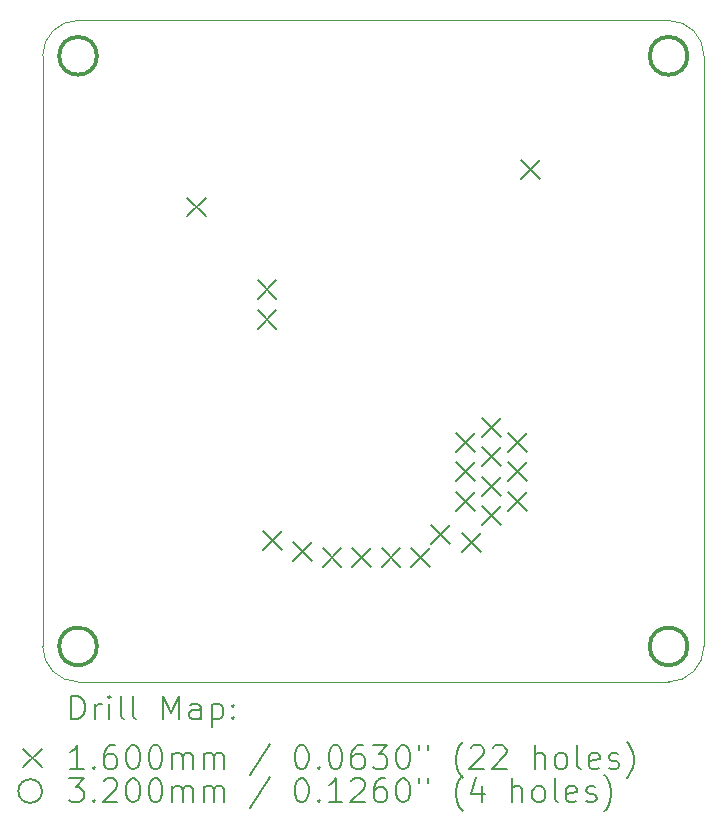
<source format=gbr>
%TF.GenerationSoftware,KiCad,Pcbnew,7.0.1*%
%TF.CreationDate,2024-01-06T02:21:34+00:00*%
%TF.ProjectId,watch_test_rig_support,77617463-685f-4746-9573-745f7269675f,rev?*%
%TF.SameCoordinates,Original*%
%TF.FileFunction,Drillmap*%
%TF.FilePolarity,Positive*%
%FSLAX45Y45*%
G04 Gerber Fmt 4.5, Leading zero omitted, Abs format (unit mm)*
G04 Created by KiCad (PCBNEW 7.0.1) date 2024-01-06 02:21:34*
%MOMM*%
%LPD*%
G01*
G04 APERTURE LIST*
%ADD10C,0.100000*%
%ADD11C,0.200000*%
%ADD12C,0.160000*%
%ADD13C,0.320000*%
G04 APERTURE END LIST*
D10*
X17800000Y-6800000D02*
G75*
G03*
X17500000Y-6500000I-300000J0D01*
G01*
X12500000Y-6500000D02*
X17500000Y-6500000D01*
X17500000Y-12100000D02*
G75*
G03*
X17800000Y-11800000I0J300000D01*
G01*
X12200000Y-11800000D02*
X12200000Y-6800000D01*
X17500000Y-12100000D02*
X12500000Y-12100000D01*
X17800000Y-6800000D02*
X17800000Y-11800000D01*
X12500000Y-6500000D02*
G75*
G03*
X12200000Y-6800000I0J-300000D01*
G01*
X12200000Y-11800000D02*
G75*
G03*
X12500000Y-12100000I300000J0D01*
G01*
D11*
D12*
X13420000Y-8000000D02*
X13580000Y-8160000D01*
X13580000Y-8000000D02*
X13420000Y-8160000D01*
X14020000Y-8695000D02*
X14180000Y-8855000D01*
X14180000Y-8695000D02*
X14020000Y-8855000D01*
X14020000Y-8950000D02*
X14180000Y-9110000D01*
X14180000Y-8950000D02*
X14020000Y-9110000D01*
X14070000Y-10820000D02*
X14230000Y-10980000D01*
X14230000Y-10820000D02*
X14070000Y-10980000D01*
X14320000Y-10920000D02*
X14480000Y-11080000D01*
X14480000Y-10920000D02*
X14320000Y-11080000D01*
X14570000Y-10970000D02*
X14730000Y-11130000D01*
X14730000Y-10970000D02*
X14570000Y-11130000D01*
X14820000Y-10970000D02*
X14980000Y-11130000D01*
X14980000Y-10970000D02*
X14820000Y-11130000D01*
X15070000Y-10970000D02*
X15230000Y-11130000D01*
X15230000Y-10970000D02*
X15070000Y-11130000D01*
X15320000Y-10970000D02*
X15480000Y-11130000D01*
X15480000Y-10970000D02*
X15320000Y-11130000D01*
X15490000Y-10770000D02*
X15650000Y-10930000D01*
X15650000Y-10770000D02*
X15490000Y-10930000D01*
X15700000Y-9990000D02*
X15860000Y-10150000D01*
X15860000Y-9990000D02*
X15700000Y-10150000D01*
X15700000Y-10240000D02*
X15860000Y-10400000D01*
X15860000Y-10240000D02*
X15700000Y-10400000D01*
X15700000Y-10490000D02*
X15860000Y-10650000D01*
X15860000Y-10490000D02*
X15700000Y-10650000D01*
X15750000Y-10840000D02*
X15910000Y-11000000D01*
X15910000Y-10840000D02*
X15750000Y-11000000D01*
X15920000Y-9865000D02*
X16080000Y-10025000D01*
X16080000Y-9865000D02*
X15920000Y-10025000D01*
X15920000Y-10115000D02*
X16080000Y-10275000D01*
X16080000Y-10115000D02*
X15920000Y-10275000D01*
X15920000Y-10365000D02*
X16080000Y-10525000D01*
X16080000Y-10365000D02*
X15920000Y-10525000D01*
X15920000Y-10615000D02*
X16080000Y-10775000D01*
X16080000Y-10615000D02*
X15920000Y-10775000D01*
X16140000Y-9990000D02*
X16300000Y-10150000D01*
X16300000Y-9990000D02*
X16140000Y-10150000D01*
X16140000Y-10240000D02*
X16300000Y-10400000D01*
X16300000Y-10240000D02*
X16140000Y-10400000D01*
X16140000Y-10490000D02*
X16300000Y-10650000D01*
X16300000Y-10490000D02*
X16140000Y-10650000D01*
X16250000Y-7680000D02*
X16410000Y-7840000D01*
X16410000Y-7680000D02*
X16250000Y-7840000D01*
D13*
X12660000Y-6800000D02*
G75*
G03*
X12660000Y-6800000I-160000J0D01*
G01*
X12660000Y-11800000D02*
G75*
G03*
X12660000Y-11800000I-160000J0D01*
G01*
X17660000Y-6800000D02*
G75*
G03*
X17660000Y-6800000I-160000J0D01*
G01*
X17660000Y-11800000D02*
G75*
G03*
X17660000Y-11800000I-160000J0D01*
G01*
D11*
X12442619Y-12417524D02*
X12442619Y-12217524D01*
X12442619Y-12217524D02*
X12490238Y-12217524D01*
X12490238Y-12217524D02*
X12518809Y-12227048D01*
X12518809Y-12227048D02*
X12537857Y-12246095D01*
X12537857Y-12246095D02*
X12547381Y-12265143D01*
X12547381Y-12265143D02*
X12556905Y-12303238D01*
X12556905Y-12303238D02*
X12556905Y-12331809D01*
X12556905Y-12331809D02*
X12547381Y-12369905D01*
X12547381Y-12369905D02*
X12537857Y-12388952D01*
X12537857Y-12388952D02*
X12518809Y-12408000D01*
X12518809Y-12408000D02*
X12490238Y-12417524D01*
X12490238Y-12417524D02*
X12442619Y-12417524D01*
X12642619Y-12417524D02*
X12642619Y-12284190D01*
X12642619Y-12322286D02*
X12652143Y-12303238D01*
X12652143Y-12303238D02*
X12661667Y-12293714D01*
X12661667Y-12293714D02*
X12680714Y-12284190D01*
X12680714Y-12284190D02*
X12699762Y-12284190D01*
X12766428Y-12417524D02*
X12766428Y-12284190D01*
X12766428Y-12217524D02*
X12756905Y-12227048D01*
X12756905Y-12227048D02*
X12766428Y-12236571D01*
X12766428Y-12236571D02*
X12775952Y-12227048D01*
X12775952Y-12227048D02*
X12766428Y-12217524D01*
X12766428Y-12217524D02*
X12766428Y-12236571D01*
X12890238Y-12417524D02*
X12871190Y-12408000D01*
X12871190Y-12408000D02*
X12861667Y-12388952D01*
X12861667Y-12388952D02*
X12861667Y-12217524D01*
X12995000Y-12417524D02*
X12975952Y-12408000D01*
X12975952Y-12408000D02*
X12966428Y-12388952D01*
X12966428Y-12388952D02*
X12966428Y-12217524D01*
X13223571Y-12417524D02*
X13223571Y-12217524D01*
X13223571Y-12217524D02*
X13290238Y-12360381D01*
X13290238Y-12360381D02*
X13356905Y-12217524D01*
X13356905Y-12217524D02*
X13356905Y-12417524D01*
X13537857Y-12417524D02*
X13537857Y-12312762D01*
X13537857Y-12312762D02*
X13528333Y-12293714D01*
X13528333Y-12293714D02*
X13509286Y-12284190D01*
X13509286Y-12284190D02*
X13471190Y-12284190D01*
X13471190Y-12284190D02*
X13452143Y-12293714D01*
X13537857Y-12408000D02*
X13518809Y-12417524D01*
X13518809Y-12417524D02*
X13471190Y-12417524D01*
X13471190Y-12417524D02*
X13452143Y-12408000D01*
X13452143Y-12408000D02*
X13442619Y-12388952D01*
X13442619Y-12388952D02*
X13442619Y-12369905D01*
X13442619Y-12369905D02*
X13452143Y-12350857D01*
X13452143Y-12350857D02*
X13471190Y-12341333D01*
X13471190Y-12341333D02*
X13518809Y-12341333D01*
X13518809Y-12341333D02*
X13537857Y-12331809D01*
X13633095Y-12284190D02*
X13633095Y-12484190D01*
X13633095Y-12293714D02*
X13652143Y-12284190D01*
X13652143Y-12284190D02*
X13690238Y-12284190D01*
X13690238Y-12284190D02*
X13709286Y-12293714D01*
X13709286Y-12293714D02*
X13718809Y-12303238D01*
X13718809Y-12303238D02*
X13728333Y-12322286D01*
X13728333Y-12322286D02*
X13728333Y-12379428D01*
X13728333Y-12379428D02*
X13718809Y-12398476D01*
X13718809Y-12398476D02*
X13709286Y-12408000D01*
X13709286Y-12408000D02*
X13690238Y-12417524D01*
X13690238Y-12417524D02*
X13652143Y-12417524D01*
X13652143Y-12417524D02*
X13633095Y-12408000D01*
X13814048Y-12398476D02*
X13823571Y-12408000D01*
X13823571Y-12408000D02*
X13814048Y-12417524D01*
X13814048Y-12417524D02*
X13804524Y-12408000D01*
X13804524Y-12408000D02*
X13814048Y-12398476D01*
X13814048Y-12398476D02*
X13814048Y-12417524D01*
X13814048Y-12293714D02*
X13823571Y-12303238D01*
X13823571Y-12303238D02*
X13814048Y-12312762D01*
X13814048Y-12312762D02*
X13804524Y-12303238D01*
X13804524Y-12303238D02*
X13814048Y-12293714D01*
X13814048Y-12293714D02*
X13814048Y-12312762D01*
D12*
X12035000Y-12665000D02*
X12195000Y-12825000D01*
X12195000Y-12665000D02*
X12035000Y-12825000D01*
D11*
X12547381Y-12837524D02*
X12433095Y-12837524D01*
X12490238Y-12837524D02*
X12490238Y-12637524D01*
X12490238Y-12637524D02*
X12471190Y-12666095D01*
X12471190Y-12666095D02*
X12452143Y-12685143D01*
X12452143Y-12685143D02*
X12433095Y-12694667D01*
X12633095Y-12818476D02*
X12642619Y-12828000D01*
X12642619Y-12828000D02*
X12633095Y-12837524D01*
X12633095Y-12837524D02*
X12623571Y-12828000D01*
X12623571Y-12828000D02*
X12633095Y-12818476D01*
X12633095Y-12818476D02*
X12633095Y-12837524D01*
X12814048Y-12637524D02*
X12775952Y-12637524D01*
X12775952Y-12637524D02*
X12756905Y-12647048D01*
X12756905Y-12647048D02*
X12747381Y-12656571D01*
X12747381Y-12656571D02*
X12728333Y-12685143D01*
X12728333Y-12685143D02*
X12718809Y-12723238D01*
X12718809Y-12723238D02*
X12718809Y-12799428D01*
X12718809Y-12799428D02*
X12728333Y-12818476D01*
X12728333Y-12818476D02*
X12737857Y-12828000D01*
X12737857Y-12828000D02*
X12756905Y-12837524D01*
X12756905Y-12837524D02*
X12795000Y-12837524D01*
X12795000Y-12837524D02*
X12814048Y-12828000D01*
X12814048Y-12828000D02*
X12823571Y-12818476D01*
X12823571Y-12818476D02*
X12833095Y-12799428D01*
X12833095Y-12799428D02*
X12833095Y-12751809D01*
X12833095Y-12751809D02*
X12823571Y-12732762D01*
X12823571Y-12732762D02*
X12814048Y-12723238D01*
X12814048Y-12723238D02*
X12795000Y-12713714D01*
X12795000Y-12713714D02*
X12756905Y-12713714D01*
X12756905Y-12713714D02*
X12737857Y-12723238D01*
X12737857Y-12723238D02*
X12728333Y-12732762D01*
X12728333Y-12732762D02*
X12718809Y-12751809D01*
X12956905Y-12637524D02*
X12975952Y-12637524D01*
X12975952Y-12637524D02*
X12995000Y-12647048D01*
X12995000Y-12647048D02*
X13004524Y-12656571D01*
X13004524Y-12656571D02*
X13014048Y-12675619D01*
X13014048Y-12675619D02*
X13023571Y-12713714D01*
X13023571Y-12713714D02*
X13023571Y-12761333D01*
X13023571Y-12761333D02*
X13014048Y-12799428D01*
X13014048Y-12799428D02*
X13004524Y-12818476D01*
X13004524Y-12818476D02*
X12995000Y-12828000D01*
X12995000Y-12828000D02*
X12975952Y-12837524D01*
X12975952Y-12837524D02*
X12956905Y-12837524D01*
X12956905Y-12837524D02*
X12937857Y-12828000D01*
X12937857Y-12828000D02*
X12928333Y-12818476D01*
X12928333Y-12818476D02*
X12918809Y-12799428D01*
X12918809Y-12799428D02*
X12909286Y-12761333D01*
X12909286Y-12761333D02*
X12909286Y-12713714D01*
X12909286Y-12713714D02*
X12918809Y-12675619D01*
X12918809Y-12675619D02*
X12928333Y-12656571D01*
X12928333Y-12656571D02*
X12937857Y-12647048D01*
X12937857Y-12647048D02*
X12956905Y-12637524D01*
X13147381Y-12637524D02*
X13166429Y-12637524D01*
X13166429Y-12637524D02*
X13185476Y-12647048D01*
X13185476Y-12647048D02*
X13195000Y-12656571D01*
X13195000Y-12656571D02*
X13204524Y-12675619D01*
X13204524Y-12675619D02*
X13214048Y-12713714D01*
X13214048Y-12713714D02*
X13214048Y-12761333D01*
X13214048Y-12761333D02*
X13204524Y-12799428D01*
X13204524Y-12799428D02*
X13195000Y-12818476D01*
X13195000Y-12818476D02*
X13185476Y-12828000D01*
X13185476Y-12828000D02*
X13166429Y-12837524D01*
X13166429Y-12837524D02*
X13147381Y-12837524D01*
X13147381Y-12837524D02*
X13128333Y-12828000D01*
X13128333Y-12828000D02*
X13118809Y-12818476D01*
X13118809Y-12818476D02*
X13109286Y-12799428D01*
X13109286Y-12799428D02*
X13099762Y-12761333D01*
X13099762Y-12761333D02*
X13099762Y-12713714D01*
X13099762Y-12713714D02*
X13109286Y-12675619D01*
X13109286Y-12675619D02*
X13118809Y-12656571D01*
X13118809Y-12656571D02*
X13128333Y-12647048D01*
X13128333Y-12647048D02*
X13147381Y-12637524D01*
X13299762Y-12837524D02*
X13299762Y-12704190D01*
X13299762Y-12723238D02*
X13309286Y-12713714D01*
X13309286Y-12713714D02*
X13328333Y-12704190D01*
X13328333Y-12704190D02*
X13356905Y-12704190D01*
X13356905Y-12704190D02*
X13375952Y-12713714D01*
X13375952Y-12713714D02*
X13385476Y-12732762D01*
X13385476Y-12732762D02*
X13385476Y-12837524D01*
X13385476Y-12732762D02*
X13395000Y-12713714D01*
X13395000Y-12713714D02*
X13414048Y-12704190D01*
X13414048Y-12704190D02*
X13442619Y-12704190D01*
X13442619Y-12704190D02*
X13461667Y-12713714D01*
X13461667Y-12713714D02*
X13471190Y-12732762D01*
X13471190Y-12732762D02*
X13471190Y-12837524D01*
X13566429Y-12837524D02*
X13566429Y-12704190D01*
X13566429Y-12723238D02*
X13575952Y-12713714D01*
X13575952Y-12713714D02*
X13595000Y-12704190D01*
X13595000Y-12704190D02*
X13623571Y-12704190D01*
X13623571Y-12704190D02*
X13642619Y-12713714D01*
X13642619Y-12713714D02*
X13652143Y-12732762D01*
X13652143Y-12732762D02*
X13652143Y-12837524D01*
X13652143Y-12732762D02*
X13661667Y-12713714D01*
X13661667Y-12713714D02*
X13680714Y-12704190D01*
X13680714Y-12704190D02*
X13709286Y-12704190D01*
X13709286Y-12704190D02*
X13728333Y-12713714D01*
X13728333Y-12713714D02*
X13737857Y-12732762D01*
X13737857Y-12732762D02*
X13737857Y-12837524D01*
X14128333Y-12628000D02*
X13956905Y-12885143D01*
X14385476Y-12637524D02*
X14404524Y-12637524D01*
X14404524Y-12637524D02*
X14423572Y-12647048D01*
X14423572Y-12647048D02*
X14433095Y-12656571D01*
X14433095Y-12656571D02*
X14442619Y-12675619D01*
X14442619Y-12675619D02*
X14452143Y-12713714D01*
X14452143Y-12713714D02*
X14452143Y-12761333D01*
X14452143Y-12761333D02*
X14442619Y-12799428D01*
X14442619Y-12799428D02*
X14433095Y-12818476D01*
X14433095Y-12818476D02*
X14423572Y-12828000D01*
X14423572Y-12828000D02*
X14404524Y-12837524D01*
X14404524Y-12837524D02*
X14385476Y-12837524D01*
X14385476Y-12837524D02*
X14366429Y-12828000D01*
X14366429Y-12828000D02*
X14356905Y-12818476D01*
X14356905Y-12818476D02*
X14347381Y-12799428D01*
X14347381Y-12799428D02*
X14337857Y-12761333D01*
X14337857Y-12761333D02*
X14337857Y-12713714D01*
X14337857Y-12713714D02*
X14347381Y-12675619D01*
X14347381Y-12675619D02*
X14356905Y-12656571D01*
X14356905Y-12656571D02*
X14366429Y-12647048D01*
X14366429Y-12647048D02*
X14385476Y-12637524D01*
X14537857Y-12818476D02*
X14547381Y-12828000D01*
X14547381Y-12828000D02*
X14537857Y-12837524D01*
X14537857Y-12837524D02*
X14528333Y-12828000D01*
X14528333Y-12828000D02*
X14537857Y-12818476D01*
X14537857Y-12818476D02*
X14537857Y-12837524D01*
X14671191Y-12637524D02*
X14690238Y-12637524D01*
X14690238Y-12637524D02*
X14709286Y-12647048D01*
X14709286Y-12647048D02*
X14718810Y-12656571D01*
X14718810Y-12656571D02*
X14728333Y-12675619D01*
X14728333Y-12675619D02*
X14737857Y-12713714D01*
X14737857Y-12713714D02*
X14737857Y-12761333D01*
X14737857Y-12761333D02*
X14728333Y-12799428D01*
X14728333Y-12799428D02*
X14718810Y-12818476D01*
X14718810Y-12818476D02*
X14709286Y-12828000D01*
X14709286Y-12828000D02*
X14690238Y-12837524D01*
X14690238Y-12837524D02*
X14671191Y-12837524D01*
X14671191Y-12837524D02*
X14652143Y-12828000D01*
X14652143Y-12828000D02*
X14642619Y-12818476D01*
X14642619Y-12818476D02*
X14633095Y-12799428D01*
X14633095Y-12799428D02*
X14623572Y-12761333D01*
X14623572Y-12761333D02*
X14623572Y-12713714D01*
X14623572Y-12713714D02*
X14633095Y-12675619D01*
X14633095Y-12675619D02*
X14642619Y-12656571D01*
X14642619Y-12656571D02*
X14652143Y-12647048D01*
X14652143Y-12647048D02*
X14671191Y-12637524D01*
X14909286Y-12637524D02*
X14871191Y-12637524D01*
X14871191Y-12637524D02*
X14852143Y-12647048D01*
X14852143Y-12647048D02*
X14842619Y-12656571D01*
X14842619Y-12656571D02*
X14823572Y-12685143D01*
X14823572Y-12685143D02*
X14814048Y-12723238D01*
X14814048Y-12723238D02*
X14814048Y-12799428D01*
X14814048Y-12799428D02*
X14823572Y-12818476D01*
X14823572Y-12818476D02*
X14833095Y-12828000D01*
X14833095Y-12828000D02*
X14852143Y-12837524D01*
X14852143Y-12837524D02*
X14890238Y-12837524D01*
X14890238Y-12837524D02*
X14909286Y-12828000D01*
X14909286Y-12828000D02*
X14918810Y-12818476D01*
X14918810Y-12818476D02*
X14928333Y-12799428D01*
X14928333Y-12799428D02*
X14928333Y-12751809D01*
X14928333Y-12751809D02*
X14918810Y-12732762D01*
X14918810Y-12732762D02*
X14909286Y-12723238D01*
X14909286Y-12723238D02*
X14890238Y-12713714D01*
X14890238Y-12713714D02*
X14852143Y-12713714D01*
X14852143Y-12713714D02*
X14833095Y-12723238D01*
X14833095Y-12723238D02*
X14823572Y-12732762D01*
X14823572Y-12732762D02*
X14814048Y-12751809D01*
X14995000Y-12637524D02*
X15118810Y-12637524D01*
X15118810Y-12637524D02*
X15052143Y-12713714D01*
X15052143Y-12713714D02*
X15080714Y-12713714D01*
X15080714Y-12713714D02*
X15099762Y-12723238D01*
X15099762Y-12723238D02*
X15109286Y-12732762D01*
X15109286Y-12732762D02*
X15118810Y-12751809D01*
X15118810Y-12751809D02*
X15118810Y-12799428D01*
X15118810Y-12799428D02*
X15109286Y-12818476D01*
X15109286Y-12818476D02*
X15099762Y-12828000D01*
X15099762Y-12828000D02*
X15080714Y-12837524D01*
X15080714Y-12837524D02*
X15023572Y-12837524D01*
X15023572Y-12837524D02*
X15004524Y-12828000D01*
X15004524Y-12828000D02*
X14995000Y-12818476D01*
X15242619Y-12637524D02*
X15261667Y-12637524D01*
X15261667Y-12637524D02*
X15280714Y-12647048D01*
X15280714Y-12647048D02*
X15290238Y-12656571D01*
X15290238Y-12656571D02*
X15299762Y-12675619D01*
X15299762Y-12675619D02*
X15309286Y-12713714D01*
X15309286Y-12713714D02*
X15309286Y-12761333D01*
X15309286Y-12761333D02*
X15299762Y-12799428D01*
X15299762Y-12799428D02*
X15290238Y-12818476D01*
X15290238Y-12818476D02*
X15280714Y-12828000D01*
X15280714Y-12828000D02*
X15261667Y-12837524D01*
X15261667Y-12837524D02*
X15242619Y-12837524D01*
X15242619Y-12837524D02*
X15223572Y-12828000D01*
X15223572Y-12828000D02*
X15214048Y-12818476D01*
X15214048Y-12818476D02*
X15204524Y-12799428D01*
X15204524Y-12799428D02*
X15195000Y-12761333D01*
X15195000Y-12761333D02*
X15195000Y-12713714D01*
X15195000Y-12713714D02*
X15204524Y-12675619D01*
X15204524Y-12675619D02*
X15214048Y-12656571D01*
X15214048Y-12656571D02*
X15223572Y-12647048D01*
X15223572Y-12647048D02*
X15242619Y-12637524D01*
X15385476Y-12637524D02*
X15385476Y-12675619D01*
X15461667Y-12637524D02*
X15461667Y-12675619D01*
X15756905Y-12913714D02*
X15747381Y-12904190D01*
X15747381Y-12904190D02*
X15728334Y-12875619D01*
X15728334Y-12875619D02*
X15718810Y-12856571D01*
X15718810Y-12856571D02*
X15709286Y-12828000D01*
X15709286Y-12828000D02*
X15699762Y-12780381D01*
X15699762Y-12780381D02*
X15699762Y-12742286D01*
X15699762Y-12742286D02*
X15709286Y-12694667D01*
X15709286Y-12694667D02*
X15718810Y-12666095D01*
X15718810Y-12666095D02*
X15728334Y-12647048D01*
X15728334Y-12647048D02*
X15747381Y-12618476D01*
X15747381Y-12618476D02*
X15756905Y-12608952D01*
X15823572Y-12656571D02*
X15833095Y-12647048D01*
X15833095Y-12647048D02*
X15852143Y-12637524D01*
X15852143Y-12637524D02*
X15899762Y-12637524D01*
X15899762Y-12637524D02*
X15918810Y-12647048D01*
X15918810Y-12647048D02*
X15928334Y-12656571D01*
X15928334Y-12656571D02*
X15937857Y-12675619D01*
X15937857Y-12675619D02*
X15937857Y-12694667D01*
X15937857Y-12694667D02*
X15928334Y-12723238D01*
X15928334Y-12723238D02*
X15814048Y-12837524D01*
X15814048Y-12837524D02*
X15937857Y-12837524D01*
X16014048Y-12656571D02*
X16023572Y-12647048D01*
X16023572Y-12647048D02*
X16042619Y-12637524D01*
X16042619Y-12637524D02*
X16090238Y-12637524D01*
X16090238Y-12637524D02*
X16109286Y-12647048D01*
X16109286Y-12647048D02*
X16118810Y-12656571D01*
X16118810Y-12656571D02*
X16128334Y-12675619D01*
X16128334Y-12675619D02*
X16128334Y-12694667D01*
X16128334Y-12694667D02*
X16118810Y-12723238D01*
X16118810Y-12723238D02*
X16004524Y-12837524D01*
X16004524Y-12837524D02*
X16128334Y-12837524D01*
X16366429Y-12837524D02*
X16366429Y-12637524D01*
X16452143Y-12837524D02*
X16452143Y-12732762D01*
X16452143Y-12732762D02*
X16442619Y-12713714D01*
X16442619Y-12713714D02*
X16423572Y-12704190D01*
X16423572Y-12704190D02*
X16395000Y-12704190D01*
X16395000Y-12704190D02*
X16375953Y-12713714D01*
X16375953Y-12713714D02*
X16366429Y-12723238D01*
X16575953Y-12837524D02*
X16556905Y-12828000D01*
X16556905Y-12828000D02*
X16547381Y-12818476D01*
X16547381Y-12818476D02*
X16537857Y-12799428D01*
X16537857Y-12799428D02*
X16537857Y-12742286D01*
X16537857Y-12742286D02*
X16547381Y-12723238D01*
X16547381Y-12723238D02*
X16556905Y-12713714D01*
X16556905Y-12713714D02*
X16575953Y-12704190D01*
X16575953Y-12704190D02*
X16604524Y-12704190D01*
X16604524Y-12704190D02*
X16623572Y-12713714D01*
X16623572Y-12713714D02*
X16633096Y-12723238D01*
X16633096Y-12723238D02*
X16642619Y-12742286D01*
X16642619Y-12742286D02*
X16642619Y-12799428D01*
X16642619Y-12799428D02*
X16633096Y-12818476D01*
X16633096Y-12818476D02*
X16623572Y-12828000D01*
X16623572Y-12828000D02*
X16604524Y-12837524D01*
X16604524Y-12837524D02*
X16575953Y-12837524D01*
X16756905Y-12837524D02*
X16737857Y-12828000D01*
X16737857Y-12828000D02*
X16728334Y-12808952D01*
X16728334Y-12808952D02*
X16728334Y-12637524D01*
X16909286Y-12828000D02*
X16890239Y-12837524D01*
X16890239Y-12837524D02*
X16852143Y-12837524D01*
X16852143Y-12837524D02*
X16833096Y-12828000D01*
X16833096Y-12828000D02*
X16823572Y-12808952D01*
X16823572Y-12808952D02*
X16823572Y-12732762D01*
X16823572Y-12732762D02*
X16833096Y-12713714D01*
X16833096Y-12713714D02*
X16852143Y-12704190D01*
X16852143Y-12704190D02*
X16890239Y-12704190D01*
X16890239Y-12704190D02*
X16909286Y-12713714D01*
X16909286Y-12713714D02*
X16918810Y-12732762D01*
X16918810Y-12732762D02*
X16918810Y-12751809D01*
X16918810Y-12751809D02*
X16823572Y-12770857D01*
X16995000Y-12828000D02*
X17014048Y-12837524D01*
X17014048Y-12837524D02*
X17052143Y-12837524D01*
X17052143Y-12837524D02*
X17071191Y-12828000D01*
X17071191Y-12828000D02*
X17080715Y-12808952D01*
X17080715Y-12808952D02*
X17080715Y-12799428D01*
X17080715Y-12799428D02*
X17071191Y-12780381D01*
X17071191Y-12780381D02*
X17052143Y-12770857D01*
X17052143Y-12770857D02*
X17023572Y-12770857D01*
X17023572Y-12770857D02*
X17004524Y-12761333D01*
X17004524Y-12761333D02*
X16995000Y-12742286D01*
X16995000Y-12742286D02*
X16995000Y-12732762D01*
X16995000Y-12732762D02*
X17004524Y-12713714D01*
X17004524Y-12713714D02*
X17023572Y-12704190D01*
X17023572Y-12704190D02*
X17052143Y-12704190D01*
X17052143Y-12704190D02*
X17071191Y-12713714D01*
X17147381Y-12913714D02*
X17156905Y-12904190D01*
X17156905Y-12904190D02*
X17175953Y-12875619D01*
X17175953Y-12875619D02*
X17185477Y-12856571D01*
X17185477Y-12856571D02*
X17195000Y-12828000D01*
X17195000Y-12828000D02*
X17204524Y-12780381D01*
X17204524Y-12780381D02*
X17204524Y-12742286D01*
X17204524Y-12742286D02*
X17195000Y-12694667D01*
X17195000Y-12694667D02*
X17185477Y-12666095D01*
X17185477Y-12666095D02*
X17175953Y-12647048D01*
X17175953Y-12647048D02*
X17156905Y-12618476D01*
X17156905Y-12618476D02*
X17147381Y-12608952D01*
X12195000Y-13025000D02*
G75*
G03*
X12195000Y-13025000I-100000J0D01*
G01*
X12423571Y-12917524D02*
X12547381Y-12917524D01*
X12547381Y-12917524D02*
X12480714Y-12993714D01*
X12480714Y-12993714D02*
X12509286Y-12993714D01*
X12509286Y-12993714D02*
X12528333Y-13003238D01*
X12528333Y-13003238D02*
X12537857Y-13012762D01*
X12537857Y-13012762D02*
X12547381Y-13031809D01*
X12547381Y-13031809D02*
X12547381Y-13079428D01*
X12547381Y-13079428D02*
X12537857Y-13098476D01*
X12537857Y-13098476D02*
X12528333Y-13108000D01*
X12528333Y-13108000D02*
X12509286Y-13117524D01*
X12509286Y-13117524D02*
X12452143Y-13117524D01*
X12452143Y-13117524D02*
X12433095Y-13108000D01*
X12433095Y-13108000D02*
X12423571Y-13098476D01*
X12633095Y-13098476D02*
X12642619Y-13108000D01*
X12642619Y-13108000D02*
X12633095Y-13117524D01*
X12633095Y-13117524D02*
X12623571Y-13108000D01*
X12623571Y-13108000D02*
X12633095Y-13098476D01*
X12633095Y-13098476D02*
X12633095Y-13117524D01*
X12718809Y-12936571D02*
X12728333Y-12927048D01*
X12728333Y-12927048D02*
X12747381Y-12917524D01*
X12747381Y-12917524D02*
X12795000Y-12917524D01*
X12795000Y-12917524D02*
X12814048Y-12927048D01*
X12814048Y-12927048D02*
X12823571Y-12936571D01*
X12823571Y-12936571D02*
X12833095Y-12955619D01*
X12833095Y-12955619D02*
X12833095Y-12974667D01*
X12833095Y-12974667D02*
X12823571Y-13003238D01*
X12823571Y-13003238D02*
X12709286Y-13117524D01*
X12709286Y-13117524D02*
X12833095Y-13117524D01*
X12956905Y-12917524D02*
X12975952Y-12917524D01*
X12975952Y-12917524D02*
X12995000Y-12927048D01*
X12995000Y-12927048D02*
X13004524Y-12936571D01*
X13004524Y-12936571D02*
X13014048Y-12955619D01*
X13014048Y-12955619D02*
X13023571Y-12993714D01*
X13023571Y-12993714D02*
X13023571Y-13041333D01*
X13023571Y-13041333D02*
X13014048Y-13079428D01*
X13014048Y-13079428D02*
X13004524Y-13098476D01*
X13004524Y-13098476D02*
X12995000Y-13108000D01*
X12995000Y-13108000D02*
X12975952Y-13117524D01*
X12975952Y-13117524D02*
X12956905Y-13117524D01*
X12956905Y-13117524D02*
X12937857Y-13108000D01*
X12937857Y-13108000D02*
X12928333Y-13098476D01*
X12928333Y-13098476D02*
X12918809Y-13079428D01*
X12918809Y-13079428D02*
X12909286Y-13041333D01*
X12909286Y-13041333D02*
X12909286Y-12993714D01*
X12909286Y-12993714D02*
X12918809Y-12955619D01*
X12918809Y-12955619D02*
X12928333Y-12936571D01*
X12928333Y-12936571D02*
X12937857Y-12927048D01*
X12937857Y-12927048D02*
X12956905Y-12917524D01*
X13147381Y-12917524D02*
X13166429Y-12917524D01*
X13166429Y-12917524D02*
X13185476Y-12927048D01*
X13185476Y-12927048D02*
X13195000Y-12936571D01*
X13195000Y-12936571D02*
X13204524Y-12955619D01*
X13204524Y-12955619D02*
X13214048Y-12993714D01*
X13214048Y-12993714D02*
X13214048Y-13041333D01*
X13214048Y-13041333D02*
X13204524Y-13079428D01*
X13204524Y-13079428D02*
X13195000Y-13098476D01*
X13195000Y-13098476D02*
X13185476Y-13108000D01*
X13185476Y-13108000D02*
X13166429Y-13117524D01*
X13166429Y-13117524D02*
X13147381Y-13117524D01*
X13147381Y-13117524D02*
X13128333Y-13108000D01*
X13128333Y-13108000D02*
X13118809Y-13098476D01*
X13118809Y-13098476D02*
X13109286Y-13079428D01*
X13109286Y-13079428D02*
X13099762Y-13041333D01*
X13099762Y-13041333D02*
X13099762Y-12993714D01*
X13099762Y-12993714D02*
X13109286Y-12955619D01*
X13109286Y-12955619D02*
X13118809Y-12936571D01*
X13118809Y-12936571D02*
X13128333Y-12927048D01*
X13128333Y-12927048D02*
X13147381Y-12917524D01*
X13299762Y-13117524D02*
X13299762Y-12984190D01*
X13299762Y-13003238D02*
X13309286Y-12993714D01*
X13309286Y-12993714D02*
X13328333Y-12984190D01*
X13328333Y-12984190D02*
X13356905Y-12984190D01*
X13356905Y-12984190D02*
X13375952Y-12993714D01*
X13375952Y-12993714D02*
X13385476Y-13012762D01*
X13385476Y-13012762D02*
X13385476Y-13117524D01*
X13385476Y-13012762D02*
X13395000Y-12993714D01*
X13395000Y-12993714D02*
X13414048Y-12984190D01*
X13414048Y-12984190D02*
X13442619Y-12984190D01*
X13442619Y-12984190D02*
X13461667Y-12993714D01*
X13461667Y-12993714D02*
X13471190Y-13012762D01*
X13471190Y-13012762D02*
X13471190Y-13117524D01*
X13566429Y-13117524D02*
X13566429Y-12984190D01*
X13566429Y-13003238D02*
X13575952Y-12993714D01*
X13575952Y-12993714D02*
X13595000Y-12984190D01*
X13595000Y-12984190D02*
X13623571Y-12984190D01*
X13623571Y-12984190D02*
X13642619Y-12993714D01*
X13642619Y-12993714D02*
X13652143Y-13012762D01*
X13652143Y-13012762D02*
X13652143Y-13117524D01*
X13652143Y-13012762D02*
X13661667Y-12993714D01*
X13661667Y-12993714D02*
X13680714Y-12984190D01*
X13680714Y-12984190D02*
X13709286Y-12984190D01*
X13709286Y-12984190D02*
X13728333Y-12993714D01*
X13728333Y-12993714D02*
X13737857Y-13012762D01*
X13737857Y-13012762D02*
X13737857Y-13117524D01*
X14128333Y-12908000D02*
X13956905Y-13165143D01*
X14385476Y-12917524D02*
X14404524Y-12917524D01*
X14404524Y-12917524D02*
X14423572Y-12927048D01*
X14423572Y-12927048D02*
X14433095Y-12936571D01*
X14433095Y-12936571D02*
X14442619Y-12955619D01*
X14442619Y-12955619D02*
X14452143Y-12993714D01*
X14452143Y-12993714D02*
X14452143Y-13041333D01*
X14452143Y-13041333D02*
X14442619Y-13079428D01*
X14442619Y-13079428D02*
X14433095Y-13098476D01*
X14433095Y-13098476D02*
X14423572Y-13108000D01*
X14423572Y-13108000D02*
X14404524Y-13117524D01*
X14404524Y-13117524D02*
X14385476Y-13117524D01*
X14385476Y-13117524D02*
X14366429Y-13108000D01*
X14366429Y-13108000D02*
X14356905Y-13098476D01*
X14356905Y-13098476D02*
X14347381Y-13079428D01*
X14347381Y-13079428D02*
X14337857Y-13041333D01*
X14337857Y-13041333D02*
X14337857Y-12993714D01*
X14337857Y-12993714D02*
X14347381Y-12955619D01*
X14347381Y-12955619D02*
X14356905Y-12936571D01*
X14356905Y-12936571D02*
X14366429Y-12927048D01*
X14366429Y-12927048D02*
X14385476Y-12917524D01*
X14537857Y-13098476D02*
X14547381Y-13108000D01*
X14547381Y-13108000D02*
X14537857Y-13117524D01*
X14537857Y-13117524D02*
X14528333Y-13108000D01*
X14528333Y-13108000D02*
X14537857Y-13098476D01*
X14537857Y-13098476D02*
X14537857Y-13117524D01*
X14737857Y-13117524D02*
X14623572Y-13117524D01*
X14680714Y-13117524D02*
X14680714Y-12917524D01*
X14680714Y-12917524D02*
X14661667Y-12946095D01*
X14661667Y-12946095D02*
X14642619Y-12965143D01*
X14642619Y-12965143D02*
X14623572Y-12974667D01*
X14814048Y-12936571D02*
X14823572Y-12927048D01*
X14823572Y-12927048D02*
X14842619Y-12917524D01*
X14842619Y-12917524D02*
X14890238Y-12917524D01*
X14890238Y-12917524D02*
X14909286Y-12927048D01*
X14909286Y-12927048D02*
X14918810Y-12936571D01*
X14918810Y-12936571D02*
X14928333Y-12955619D01*
X14928333Y-12955619D02*
X14928333Y-12974667D01*
X14928333Y-12974667D02*
X14918810Y-13003238D01*
X14918810Y-13003238D02*
X14804524Y-13117524D01*
X14804524Y-13117524D02*
X14928333Y-13117524D01*
X15099762Y-12917524D02*
X15061667Y-12917524D01*
X15061667Y-12917524D02*
X15042619Y-12927048D01*
X15042619Y-12927048D02*
X15033095Y-12936571D01*
X15033095Y-12936571D02*
X15014048Y-12965143D01*
X15014048Y-12965143D02*
X15004524Y-13003238D01*
X15004524Y-13003238D02*
X15004524Y-13079428D01*
X15004524Y-13079428D02*
X15014048Y-13098476D01*
X15014048Y-13098476D02*
X15023572Y-13108000D01*
X15023572Y-13108000D02*
X15042619Y-13117524D01*
X15042619Y-13117524D02*
X15080714Y-13117524D01*
X15080714Y-13117524D02*
X15099762Y-13108000D01*
X15099762Y-13108000D02*
X15109286Y-13098476D01*
X15109286Y-13098476D02*
X15118810Y-13079428D01*
X15118810Y-13079428D02*
X15118810Y-13031809D01*
X15118810Y-13031809D02*
X15109286Y-13012762D01*
X15109286Y-13012762D02*
X15099762Y-13003238D01*
X15099762Y-13003238D02*
X15080714Y-12993714D01*
X15080714Y-12993714D02*
X15042619Y-12993714D01*
X15042619Y-12993714D02*
X15023572Y-13003238D01*
X15023572Y-13003238D02*
X15014048Y-13012762D01*
X15014048Y-13012762D02*
X15004524Y-13031809D01*
X15242619Y-12917524D02*
X15261667Y-12917524D01*
X15261667Y-12917524D02*
X15280714Y-12927048D01*
X15280714Y-12927048D02*
X15290238Y-12936571D01*
X15290238Y-12936571D02*
X15299762Y-12955619D01*
X15299762Y-12955619D02*
X15309286Y-12993714D01*
X15309286Y-12993714D02*
X15309286Y-13041333D01*
X15309286Y-13041333D02*
X15299762Y-13079428D01*
X15299762Y-13079428D02*
X15290238Y-13098476D01*
X15290238Y-13098476D02*
X15280714Y-13108000D01*
X15280714Y-13108000D02*
X15261667Y-13117524D01*
X15261667Y-13117524D02*
X15242619Y-13117524D01*
X15242619Y-13117524D02*
X15223572Y-13108000D01*
X15223572Y-13108000D02*
X15214048Y-13098476D01*
X15214048Y-13098476D02*
X15204524Y-13079428D01*
X15204524Y-13079428D02*
X15195000Y-13041333D01*
X15195000Y-13041333D02*
X15195000Y-12993714D01*
X15195000Y-12993714D02*
X15204524Y-12955619D01*
X15204524Y-12955619D02*
X15214048Y-12936571D01*
X15214048Y-12936571D02*
X15223572Y-12927048D01*
X15223572Y-12927048D02*
X15242619Y-12917524D01*
X15385476Y-12917524D02*
X15385476Y-12955619D01*
X15461667Y-12917524D02*
X15461667Y-12955619D01*
X15756905Y-13193714D02*
X15747381Y-13184190D01*
X15747381Y-13184190D02*
X15728334Y-13155619D01*
X15728334Y-13155619D02*
X15718810Y-13136571D01*
X15718810Y-13136571D02*
X15709286Y-13108000D01*
X15709286Y-13108000D02*
X15699762Y-13060381D01*
X15699762Y-13060381D02*
X15699762Y-13022286D01*
X15699762Y-13022286D02*
X15709286Y-12974667D01*
X15709286Y-12974667D02*
X15718810Y-12946095D01*
X15718810Y-12946095D02*
X15728334Y-12927048D01*
X15728334Y-12927048D02*
X15747381Y-12898476D01*
X15747381Y-12898476D02*
X15756905Y-12888952D01*
X15918810Y-12984190D02*
X15918810Y-13117524D01*
X15871191Y-12908000D02*
X15823572Y-13050857D01*
X15823572Y-13050857D02*
X15947381Y-13050857D01*
X16175953Y-13117524D02*
X16175953Y-12917524D01*
X16261667Y-13117524D02*
X16261667Y-13012762D01*
X16261667Y-13012762D02*
X16252143Y-12993714D01*
X16252143Y-12993714D02*
X16233096Y-12984190D01*
X16233096Y-12984190D02*
X16204524Y-12984190D01*
X16204524Y-12984190D02*
X16185476Y-12993714D01*
X16185476Y-12993714D02*
X16175953Y-13003238D01*
X16385476Y-13117524D02*
X16366429Y-13108000D01*
X16366429Y-13108000D02*
X16356905Y-13098476D01*
X16356905Y-13098476D02*
X16347381Y-13079428D01*
X16347381Y-13079428D02*
X16347381Y-13022286D01*
X16347381Y-13022286D02*
X16356905Y-13003238D01*
X16356905Y-13003238D02*
X16366429Y-12993714D01*
X16366429Y-12993714D02*
X16385476Y-12984190D01*
X16385476Y-12984190D02*
X16414048Y-12984190D01*
X16414048Y-12984190D02*
X16433096Y-12993714D01*
X16433096Y-12993714D02*
X16442619Y-13003238D01*
X16442619Y-13003238D02*
X16452143Y-13022286D01*
X16452143Y-13022286D02*
X16452143Y-13079428D01*
X16452143Y-13079428D02*
X16442619Y-13098476D01*
X16442619Y-13098476D02*
X16433096Y-13108000D01*
X16433096Y-13108000D02*
X16414048Y-13117524D01*
X16414048Y-13117524D02*
X16385476Y-13117524D01*
X16566429Y-13117524D02*
X16547381Y-13108000D01*
X16547381Y-13108000D02*
X16537857Y-13088952D01*
X16537857Y-13088952D02*
X16537857Y-12917524D01*
X16718810Y-13108000D02*
X16699762Y-13117524D01*
X16699762Y-13117524D02*
X16661667Y-13117524D01*
X16661667Y-13117524D02*
X16642619Y-13108000D01*
X16642619Y-13108000D02*
X16633096Y-13088952D01*
X16633096Y-13088952D02*
X16633096Y-13012762D01*
X16633096Y-13012762D02*
X16642619Y-12993714D01*
X16642619Y-12993714D02*
X16661667Y-12984190D01*
X16661667Y-12984190D02*
X16699762Y-12984190D01*
X16699762Y-12984190D02*
X16718810Y-12993714D01*
X16718810Y-12993714D02*
X16728334Y-13012762D01*
X16728334Y-13012762D02*
X16728334Y-13031809D01*
X16728334Y-13031809D02*
X16633096Y-13050857D01*
X16804524Y-13108000D02*
X16823572Y-13117524D01*
X16823572Y-13117524D02*
X16861667Y-13117524D01*
X16861667Y-13117524D02*
X16880715Y-13108000D01*
X16880715Y-13108000D02*
X16890239Y-13088952D01*
X16890239Y-13088952D02*
X16890239Y-13079428D01*
X16890239Y-13079428D02*
X16880715Y-13060381D01*
X16880715Y-13060381D02*
X16861667Y-13050857D01*
X16861667Y-13050857D02*
X16833096Y-13050857D01*
X16833096Y-13050857D02*
X16814048Y-13041333D01*
X16814048Y-13041333D02*
X16804524Y-13022286D01*
X16804524Y-13022286D02*
X16804524Y-13012762D01*
X16804524Y-13012762D02*
X16814048Y-12993714D01*
X16814048Y-12993714D02*
X16833096Y-12984190D01*
X16833096Y-12984190D02*
X16861667Y-12984190D01*
X16861667Y-12984190D02*
X16880715Y-12993714D01*
X16956905Y-13193714D02*
X16966429Y-13184190D01*
X16966429Y-13184190D02*
X16985477Y-13155619D01*
X16985477Y-13155619D02*
X16995000Y-13136571D01*
X16995000Y-13136571D02*
X17004524Y-13108000D01*
X17004524Y-13108000D02*
X17014048Y-13060381D01*
X17014048Y-13060381D02*
X17014048Y-13022286D01*
X17014048Y-13022286D02*
X17004524Y-12974667D01*
X17004524Y-12974667D02*
X16995000Y-12946095D01*
X16995000Y-12946095D02*
X16985477Y-12927048D01*
X16985477Y-12927048D02*
X16966429Y-12898476D01*
X16966429Y-12898476D02*
X16956905Y-12888952D01*
M02*

</source>
